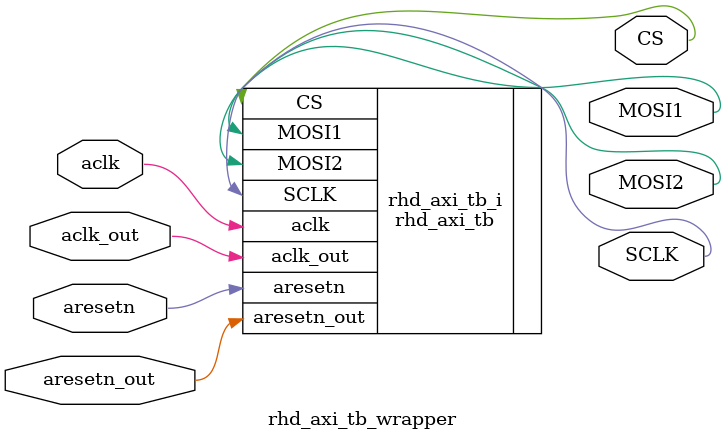
<source format=v>
`timescale 1 ps / 1 ps

module rhd_axi_tb_wrapper
   (CS,
    MOSI1,
    MOSI2,
    SCLK,
    aclk,
    aclk_out,
    aresetn,
    aresetn_out);
  output CS;
  output MOSI1;
  output MOSI2;
  output SCLK;
  input aclk;
  input aclk_out;
  input aresetn;
  input aresetn_out;

  wire CS;
  wire MOSI1;
  wire MOSI2;
  wire SCLK;
  wire aclk;
  wire aclk_out;
  wire aresetn;
  wire aresetn_out;

  rhd_axi_tb rhd_axi_tb_i
       (.CS(CS),
        .MOSI1(MOSI1),
        .MOSI2(MOSI2),
        .SCLK(SCLK),
        .aclk(aclk),
        .aclk_out(aclk_out),
        .aresetn(aresetn),
        .aresetn_out(aresetn_out));
endmodule

</source>
